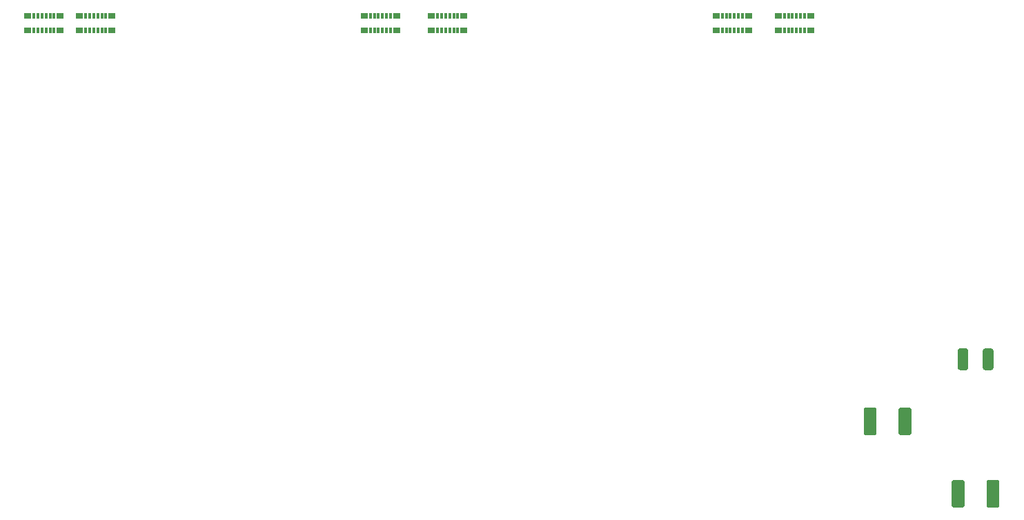
<source format=gbr>
%TF.GenerationSoftware,KiCad,Pcbnew,(5.1.8)-1*%
%TF.CreationDate,2021-01-13T10:35:39-05:00*%
%TF.ProjectId,LED_Panel,4c45445f-5061-46e6-956c-2e6b69636164,rev?*%
%TF.SameCoordinates,Original*%
%TF.FileFunction,Paste,Top*%
%TF.FilePolarity,Positive*%
%FSLAX46Y46*%
G04 Gerber Fmt 4.6, Leading zero omitted, Abs format (unit mm)*
G04 Created by KiCad (PCBNEW (5.1.8)-1) date 2021-01-13 10:35:39*
%MOMM*%
%LPD*%
G01*
G04 APERTURE LIST*
%ADD10R,0.863600X0.787400*%
%ADD11R,0.355600X0.787400*%
G04 APERTURE END LIST*
%TO.C,C1*%
G36*
G01*
X280420000Y-89989999D02*
X280420000Y-92890001D01*
G75*
G02*
X280170001Y-93140000I-249999J0D01*
G01*
X279094999Y-93140000D01*
G75*
G02*
X278845000Y-92890001I0J249999D01*
G01*
X278845000Y-89989999D01*
G75*
G02*
X279094999Y-89740000I249999J0D01*
G01*
X280170001Y-89740000D01*
G75*
G02*
X280420000Y-89989999I0J-249999D01*
G01*
G37*
G36*
G01*
X276145000Y-89989999D02*
X276145000Y-92890001D01*
G75*
G02*
X275895001Y-93140000I-249999J0D01*
G01*
X274819999Y-93140000D01*
G75*
G02*
X274570000Y-92890001I0J249999D01*
G01*
X274570000Y-89989999D01*
G75*
G02*
X274819999Y-89740000I249999J0D01*
G01*
X275895001Y-89740000D01*
G75*
G02*
X276145000Y-89989999I0J-249999D01*
G01*
G37*
%TD*%
%TO.C,C2*%
G36*
G01*
X268050000Y-84000001D02*
X268050000Y-81099999D01*
G75*
G02*
X268299999Y-80850000I249999J0D01*
G01*
X269375001Y-80850000D01*
G75*
G02*
X269625000Y-81099999I0J-249999D01*
G01*
X269625000Y-84000001D01*
G75*
G02*
X269375001Y-84250000I-249999J0D01*
G01*
X268299999Y-84250000D01*
G75*
G02*
X268050000Y-84000001I0J249999D01*
G01*
G37*
G36*
G01*
X263775000Y-84000001D02*
X263775000Y-81099999D01*
G75*
G02*
X264024999Y-80850000I249999J0D01*
G01*
X265100001Y-80850000D01*
G75*
G02*
X265350000Y-81099999I0J-249999D01*
G01*
X265350000Y-84000001D01*
G75*
G02*
X265100001Y-84250000I-249999J0D01*
G01*
X264024999Y-84250000D01*
G75*
G02*
X263775000Y-84000001I0J249999D01*
G01*
G37*
%TD*%
%TO.C,R1*%
G36*
G01*
X275295000Y-76005000D02*
X275295000Y-73855000D01*
G75*
G02*
X275545000Y-73605000I250000J0D01*
G01*
X276345000Y-73605000D01*
G75*
G02*
X276595000Y-73855000I0J-250000D01*
G01*
X276595000Y-76005000D01*
G75*
G02*
X276345000Y-76255000I-250000J0D01*
G01*
X275545000Y-76255000D01*
G75*
G02*
X275295000Y-76005000I0J250000D01*
G01*
G37*
G36*
G01*
X278395000Y-76005000D02*
X278395000Y-73855000D01*
G75*
G02*
X278645000Y-73605000I250000J0D01*
G01*
X279445000Y-73605000D01*
G75*
G02*
X279695000Y-73855000I0J-250000D01*
G01*
X279695000Y-76005000D01*
G75*
G02*
X279445000Y-76255000I-250000J0D01*
G01*
X278645000Y-76255000D01*
G75*
G02*
X278395000Y-76005000I0J250000D01*
G01*
G37*
%TD*%
D10*
%TO.C,RN5*%
X165176200Y-34569400D03*
D11*
X164428678Y-34569400D03*
X163935156Y-34569400D03*
X163441634Y-34569400D03*
X162948112Y-34569400D03*
X162454590Y-34569400D03*
X161961068Y-34569400D03*
D10*
X161213800Y-34569400D03*
X161213800Y-32740600D03*
D11*
X161961068Y-32740600D03*
X162454590Y-32740600D03*
X162948112Y-32740600D03*
X163441634Y-32740600D03*
X163935156Y-32740600D03*
X164428678Y-32740600D03*
D10*
X165176200Y-32740600D03*
%TD*%
%TO.C,RN6*%
X206451200Y-32740600D03*
D11*
X205703678Y-32740600D03*
X205210156Y-32740600D03*
X204716634Y-32740600D03*
X204223112Y-32740600D03*
X203729590Y-32740600D03*
X203236068Y-32740600D03*
D10*
X202488800Y-32740600D03*
X202488800Y-34569400D03*
D11*
X203236068Y-34569400D03*
X203729590Y-34569400D03*
X204223112Y-34569400D03*
X204716634Y-34569400D03*
X205210156Y-34569400D03*
X205703678Y-34569400D03*
D10*
X206451200Y-34569400D03*
%TD*%
%TO.C,RN8*%
X171526200Y-34569400D03*
D11*
X170778678Y-34569400D03*
X170285156Y-34569400D03*
X169791634Y-34569400D03*
X169298112Y-34569400D03*
X168804590Y-34569400D03*
X168311068Y-34569400D03*
D10*
X167563800Y-34569400D03*
X167563800Y-32740600D03*
D11*
X168311068Y-32740600D03*
X168804590Y-32740600D03*
X169298112Y-32740600D03*
X169791634Y-32740600D03*
X170285156Y-32740600D03*
X170778678Y-32740600D03*
D10*
X171526200Y-32740600D03*
%TD*%
%TO.C,RN9*%
X214706200Y-32740600D03*
D11*
X213958678Y-32740600D03*
X213465156Y-32740600D03*
X212971634Y-32740600D03*
X212478112Y-32740600D03*
X211984590Y-32740600D03*
X211491068Y-32740600D03*
D10*
X210743800Y-32740600D03*
X210743800Y-34569400D03*
D11*
X211491068Y-34569400D03*
X211984590Y-34569400D03*
X212478112Y-34569400D03*
X212971634Y-34569400D03*
X213465156Y-34569400D03*
X213958678Y-34569400D03*
D10*
X214706200Y-34569400D03*
%TD*%
%TO.C,RN7*%
X249631200Y-34569400D03*
D11*
X248883678Y-34569400D03*
X248390156Y-34569400D03*
X247896634Y-34569400D03*
X247403112Y-34569400D03*
X246909590Y-34569400D03*
X246416068Y-34569400D03*
D10*
X245668800Y-34569400D03*
X245668800Y-32740600D03*
D11*
X246416068Y-32740600D03*
X246909590Y-32740600D03*
X247403112Y-32740600D03*
X247896634Y-32740600D03*
X248390156Y-32740600D03*
X248883678Y-32740600D03*
D10*
X249631200Y-32740600D03*
%TD*%
%TO.C,RN10*%
X257251200Y-32740600D03*
D11*
X256503678Y-32740600D03*
X256010156Y-32740600D03*
X255516634Y-32740600D03*
X255023112Y-32740600D03*
X254529590Y-32740600D03*
X254036068Y-32740600D03*
D10*
X253288800Y-32740600D03*
X253288800Y-34569400D03*
D11*
X254036068Y-34569400D03*
X254529590Y-34569400D03*
X255023112Y-34569400D03*
X255516634Y-34569400D03*
X256010156Y-34569400D03*
X256503678Y-34569400D03*
D10*
X257251200Y-34569400D03*
%TD*%
M02*

</source>
